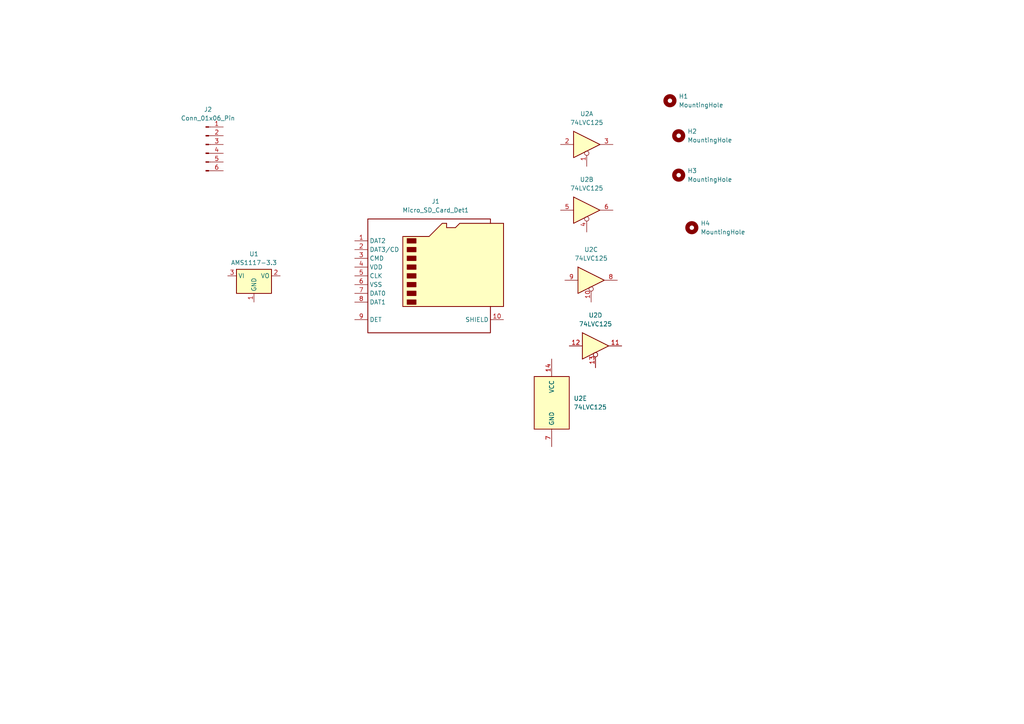
<source format=kicad_sch>
(kicad_sch (version 20250114) (generator "eeschema") (generator_version "9.0")
  (paper "A4")
  (lib_symbols
    (symbol "74xx:74LVC125" (pin_names (offset 1.016))
      (property "Reference" "U" (at 0 1.27 0))
      (property "Value" "74LVC125" (at 0 -1.27 0))
      (symbol "74LVC125_1_0"
        (polyline (pts (xy -3.81 3.81) (xy -3.81 -3.81) (xy 3.81 0) (xy -3.81 3.81)) (stroke (width 0.254)) (fill (type background)))
        (pin input line (at -7.62 0 0) (length 3.81) (name "~") (number "2"))
        (pin input inverted (at 0 -6.35 90) (length 4.445) (name "~") (number "1"))
        (pin tri_state line (at 7.62 0 180) (length 3.81) (name "~") (number "3"))
      )
      (symbol "74LVC125_2_0"
        (polyline (pts (xy -3.81 3.81) (xy -3.81 -3.81) (xy 3.81 0) (xy -3.81 3.81)) (stroke (width 0.254)) (fill (type background)))
        (pin input line (at -7.62 0 0) (length 3.81) (name "~") (number "5"))
        (pin input inverted (at 0 -6.35 90) (length 4.445) (name "~") (number "4"))
        (pin tri_state line (at 7.62 0 180) (length 3.81) (name "~") (number "6"))
      )
      (symbol "74LVC125_3_0"
        (polyline (pts (xy -3.81 3.81) (xy -3.81 -3.81) (xy 3.81 0) (xy -3.81 3.81)) (stroke (width 0.254)) (fill (type background)))
        (pin input line (at -7.62 0 0) (length 3.81) (name "~") (number "9"))
        (pin input inverted (at 0 -6.35 90) (length 4.445) (name "~") (number "10"))
        (pin tri_state line (at 7.62 0 180) (length 3.81) (name "~") (number "8"))
      )
      (symbol "74LVC125_4_0"
        (polyline (pts (xy -3.81 3.81) (xy -3.81 -3.81) (xy 3.81 0) (xy -3.81 3.81)) (stroke (width 0.254)) (fill (type background)))
        (pin input line (at -7.62 0 0) (length 3.81) (name "~") (number "12"))
        (pin input inverted (at 0 -6.35 90) (length 4.445) (name "~") (number "13"))
        (pin tri_state line (at 7.62 0 180) (length 3.81) (name "~") (number "11"))
      )
      (symbol "74LVC125_5_0"
        (pin power_in line (at 0 12.7 270) (length 5.08) (name "VCC") (number "14"))
        (pin power_in line (at 0 -12.7 90) (length 5.08) (name "GND") (number "7"))
      )
      (symbol "74LVC125_5_1"
        (rectangle (start -5.08 7.62) (end 5.08 -7.62) (stroke (width 0.254)) (fill (type background)))
      )
    )
    (symbol "Connector:Conn_01x06_Pin" (pin_names (offset 1.016) (hide yes))
      (property "Reference" "J" (at 0 7.62 0))
      (property "Value" "Conn_01x06_Pin" (at 0 -10.16 0))
      (symbol "Conn_01x06_Pin_1_1"
        (rectangle (start 0.8636 5.207) (end 0 4.953) (stroke (width 0.1524)) (fill (type outline)))
        (rectangle (start 0.8636 2.667) (end 0 2.413) (stroke (width 0.1524)) (fill (type outline)))
        (rectangle (start 0.8636 0.127) (end 0 -0.127) (stroke (width 0.1524)) (fill (type outline)))
        (rectangle (start 0.8636 -2.413) (end 0 -2.667) (stroke (width 0.1524)) (fill (type outline)))
        (rectangle (start 0.8636 -4.953) (end 0 -5.207) (stroke (width 0.1524)) (fill (type outline)))
        (rectangle (start 0.8636 -7.493) (end 0 -7.747) (stroke (width 0.1524)) (fill (type outline)))
        (polyline (pts (xy 1.27 5.08) (xy 0.8636 5.08)) (stroke (width 0.1524)))
        (polyline (pts (xy 1.27 2.54) (xy 0.8636 2.54)) (stroke (width 0.1524)))
        (polyline (pts (xy 1.27 0) (xy 0.8636 0)) (stroke (width 0.1524)))
        (polyline (pts (xy 1.27 -2.54) (xy 0.8636 -2.54)) (stroke (width 0.1524)))
        (polyline (pts (xy 1.27 -5.08) (xy 0.8636 -5.08)) (stroke (width 0.1524)))
        (polyline (pts (xy 1.27 -7.62) (xy 0.8636 -7.62)) (stroke (width 0.1524)))
        (pin passive line (at 5.08 5.08 180) (length 3.81) (name "Pin_1") (number "1"))
        (pin passive line (at 5.08 2.54 180) (length 3.81) (name "Pin_2") (number "2"))
        (pin passive line (at 5.08 0 180) (length 3.81) (name "Pin_3") (number "3"))
        (pin passive line (at 5.08 -2.54 180) (length 3.81) (name "Pin_4") (number "4"))
        (pin passive line (at 5.08 -5.08 180) (length 3.81) (name "Pin_5") (number "5"))
        (pin passive line (at 5.08 -7.62 180) (length 3.81) (name "Pin_6") (number "6"))
      )
    )
    (symbol "Connector:Micro_SD_Card_Det1"
      (property "Reference" "J" (at -16.51 17.78 0))
      (property "Value" "Micro_SD_Card_Det1" (at 16.51 17.78 0))
      (symbol "Micro_SD_Card_Det1_0_1"
        (polyline (pts (xy -8.89 -8.89) (xy -8.89 11.43) (xy -1.27 11.43) (xy 2.54 15.24) (xy 3.81 15.24) (xy 3.81 13.97) (xy 6.35 13.97) (xy 7.62 15.24) (xy 20.32 15.24) (xy 20.32 -8.89) (xy -8.89 -8.89)) (stroke (width 0.254)) (fill (type background)))
        (rectangle (start -7.62 10.795) (end -5.08 9.525) (stroke (width 0.254)) (fill (type outline)))
        (rectangle (start -7.62 8.255) (end -5.08 6.985) (stroke (width 0.254)) (fill (type outline)))
        (rectangle (start -7.62 5.715) (end -5.08 4.445) (stroke (width 0.254)) (fill (type outline)))
        (rectangle (start -7.62 3.175) (end -5.08 1.905) (stroke (width 0.254)) (fill (type outline)))
        (rectangle (start -7.62 0.635) (end -5.08 -0.635) (stroke (width 0.254)) (fill (type outline)))
        (rectangle (start -7.62 -1.905) (end -5.08 -3.175) (stroke (width 0.254)) (fill (type outline)))
        (rectangle (start -7.62 -4.445) (end -5.08 -5.715) (stroke (width 0.254)) (fill (type outline)))
        (rectangle (start -7.62 -6.985) (end -5.08 -8.255) (stroke (width 0.254)) (fill (type outline)))
        (polyline (pts (xy 16.51 15.24) (xy 16.51 16.51) (xy -19.05 16.51) (xy -19.05 -16.51) (xy 16.51 -16.51) (xy 16.51 -8.89)) (stroke (width 0.254)))
      )
      (symbol "Micro_SD_Card_Det1_1_1"
        (pin bidirectional line (at -22.86 10.16 0) (length 3.81) (name "DAT2") (number "1"))
        (pin bidirectional line (at -22.86 7.62 0) (length 3.81) (name "DAT3/CD") (number "2"))
        (pin input line (at -22.86 5.08 0) (length 3.81) (name "CMD") (number "3"))
        (pin power_in line (at -22.86 2.54 0) (length 3.81) (name "VDD") (number "4"))
        (pin input line (at -22.86 0 0) (length 3.81) (name "CLK") (number "5"))
        (pin power_in line (at -22.86 -2.54 0) (length 3.81) (name "VSS") (number "6"))
        (pin bidirectional line (at -22.86 -5.08 0) (length 3.81) (name "DAT0") (number "7"))
        (pin bidirectional line (at -22.86 -7.62 0) (length 3.81) (name "DAT1") (number "8"))
        (pin passive line (at -22.86 -12.7 0) (length 3.81) (name "DET") (number "9"))
        (pin passive line (at 20.32 -12.7 180) (length 3.81) (name "SHIELD") (number "10"))
      )
    )
    (symbol "Mechanical:MountingHole" (pin_names (offset 1.016)) (in_bom no)
      (property "Reference" "H" (at 0 5.08 0))
      (property "Value" "MountingHole" (at 0 3.175 0))
      (symbol "MountingHole_0_1"
        (circle (center 0 0) (radius 1.27) (stroke (width 1.27)))
      )
    )
    (symbol "Regulator_Linear:AMS1117-3.3"
      (property "Reference" "U" (at -3.81 3.175 0))
      (property "Value" "AMS1117-3.3" (at 0 3.175 0))
      (symbol "AMS1117-3.3_0_1"
        (rectangle (start -5.08 -5.08) (end 5.08 1.905) (stroke (width 0.254)) (fill (type background)))
      )
      (symbol "AMS1117-3.3_1_1"
        (pin power_in line (at -7.62 0 0) (length 2.54) (name "VI") (number "3"))
        (pin power_in line (at 0 -7.62 90) (length 2.54) (name "GND") (number "1"))
        (pin power_out line (at 7.62 0 180) (length 2.54) (name "VO") (number "2"))
      )
    )
  )
  (symbol (lib_id "74xx:74LVC125") (at 171.45 81.28 0) (unit 3)
    (property "Reference" "U2" (at 171.45 72.39 0))
    (property "Value" "74LVC125" (at 171.45 74.93 0))
    (property "Footprint" "Package_SO:TSSOP-14_4.4x5mm_P0.65mm" (effects (hide yes)))
    (property "Datasheet" "http://www.ti.com/lit/gpn/sn74LVC125" (effects (hide yes)))
    (property "Description" "Quad buffer 3-State outputs" (effects (hide yes)))
  )
  (symbol (lib_id "Mechanical:MountingHole") (at 200.66 66.04 0) (unit 1) (in_bom no)
    (property "Reference" "H4" (at 203.2 64.7699 0) (effects (justify left)))
    (property "Value" "MountingHole" (at 203.2 67.3099 0) (effects (justify left)))
    (property "Footprint" "MountingHole:MountingHole_2.2mm_M2" (effects (hide yes)))
    (property "Description" "Mounting Hole without connection" (effects (hide yes)))
  )
  (symbol (lib_id "Mechanical:MountingHole") (at 196.85 39.37 0) (unit 1) (in_bom no)
    (property "Reference" "H2" (at 199.39 38.0999 0) (effects (justify left)))
    (property "Value" "MountingHole" (at 199.39 40.6399 0) (effects (justify left)))
    (property "Footprint" "MountingHole:MountingHole_2.2mm_M2" (effects (hide yes)))
    (property "Description" "Mounting Hole without connection" (effects (hide yes)))
  )
  (symbol (lib_id "74xx:74LVC125") (at 172.72 100.33 0) (unit 4)
    (property "Reference" "U2" (at 172.72 91.44 0))
    (property "Value" "74LVC125" (at 172.72 93.98 0))
    (property "Footprint" "Package_SO:TSSOP-14_4.4x5mm_P0.65mm" (effects (hide yes)))
    (property "Datasheet" "http://www.ti.com/lit/gpn/sn74LVC125" (effects (hide yes)))
    (property "Description" "Quad buffer 3-State outputs" (effects (hide yes)))
  )
  (symbol (lib_id "Regulator_Linear:AMS1117-3.3") (at 73.66 80.01 0) (unit 1)
    (property "Reference" "U1" (at 73.66 73.66 0))
    (property "Value" "AMS1117-3.3" (at 73.66 76.2 0))
    (property "Footprint" "Package_TO_SOT_SMD:SOT-223-3_TabPin2" (effects (hide yes)))
    (property "Datasheet" "http://www.advanced-monolithic.com/pdf/ds1117.pdf" (effects (hide yes)))
    (property "Description" "1A Low Dropout regulator, positive, 3.3V fixed output, SOT-223" (effects (hide yes)))
  )
  (symbol (lib_id "Mechanical:MountingHole") (at 196.85 50.8 0) (unit 1) (in_bom no)
    (property "Reference" "H3" (at 199.39 49.5299 0) (effects (justify left)))
    (property "Value" "MountingHole" (at 199.39 52.0699 0) (effects (justify left)))
    (property "Footprint" "MountingHole:MountingHole_2.2mm_M2" (effects (hide yes)))
    (property "Description" "Mounting Hole without connection" (effects (hide yes)))
  )
  (symbol (lib_id "74xx:74LVC125") (at 170.18 41.91 0) (unit 1)
    (property "Reference" "U2" (at 170.18 33.02 0))
    (property "Value" "74LVC125" (at 170.18 35.56 0))
    (property "Footprint" "Package_SO:TSSOP-14_4.4x5mm_P0.65mm" (effects (hide yes)))
    (property "Datasheet" "http://www.ti.com/lit/gpn/sn74LVC125" (effects (hide yes)))
    (property "Description" "Quad buffer 3-State outputs" (effects (hide yes)))
  )
  (symbol (lib_id "Connector:Micro_SD_Card_Det1") (at 125.73 80.01 0) (unit 1)
    (property "Reference" "J1" (at 126.365 58.42 0))
    (property "Value" "Micro_SD_Card_Det1" (at 126.365 60.96 0))
    (property "Footprint" "Connector_Card:microSD_HC_Hirose_DM3AT-SF-PEJM5" (effects (hide yes)))
    (property "Datasheet" "https://datasheet.lcsc.com/lcsc/2110151630_XKB-Connectivity-XKTF-015-N_C381082.pdf" (effects (hide yes)))
    (property "Description" "Micro SD Card Socket with one card detection pin" (effects (hide yes)))
  )
  (symbol (lib_id "Mechanical:MountingHole") (at 194.31 29.21 0) (unit 1) (in_bom no)
    (property "Reference" "H1" (at 196.85 27.9399 0) (effects (justify left)))
    (property "Value" "MountingHole" (at 196.85 30.4799 0) (effects (justify left)))
    (property "Footprint" "MountingHole:MountingHole_2.2mm_M2" (effects (hide yes)))
    (property "Description" "Mounting Hole without connection" (effects (hide yes)))
  )
  (symbol (lib_id "74xx:74LVC125") (at 160.02 116.84 0) (unit 5)
    (property "Reference" "U2" (at 166.37 115.5699 0) (effects (justify left)))
    (property "Value" "74LVC125" (at 166.37 118.1099 0) (effects (justify left)))
    (property "Footprint" "Package_SO:TSSOP-14_4.4x5mm_P0.65mm" (effects (hide yes)))
    (property "Datasheet" "http://www.ti.com/lit/gpn/sn74LVC125" (effects (hide yes)))
    (property "Description" "Quad buffer 3-State outputs" (effects (hide yes)))
  )
  (symbol (lib_id "74xx:74LVC125") (at 170.18 60.96 0) (unit 2)
    (property "Reference" "U2" (at 170.18 52.07 0))
    (property "Value" "74LVC125" (at 170.18 54.61 0))
    (property "Footprint" "Package_SO:TSSOP-14_4.4x5mm_P0.65mm" (effects (hide yes)))
    (property "Datasheet" "http://www.ti.com/lit/gpn/sn74LVC125" (effects (hide yes)))
    (property "Description" "Quad buffer 3-State outputs" (effects (hide yes)))
  )
  (symbol (lib_id "Connector:Conn_01x06_Pin") (at 59.69 41.91 0) (unit 1)
    (property "Reference" "J2" (at 60.325 31.75 0))
    (property "Value" "Conn_01x06_Pin" (at 60.325 34.29 0))
    (property "Footprint" "Connector_PinHeader_2.54mm:PinHeader_1x06_P2.54mm_Vertical" (effects (hide yes)))
    (property "Description" "Generic connector, single row, 01x06, script generated" (effects (hide yes)))
  )
)
</source>
